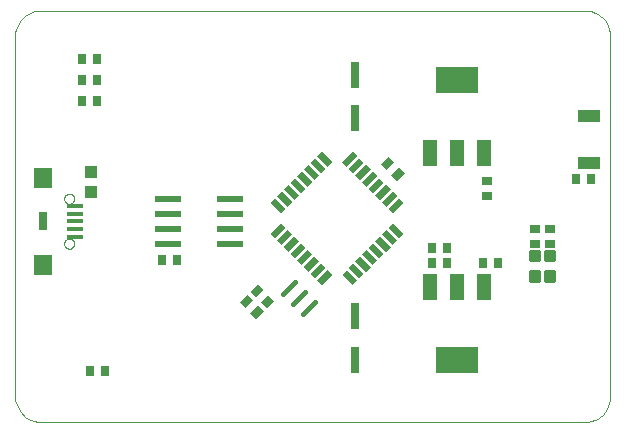
<source format=gtp>
G75*
%MOIN*%
%OFA0B0*%
%FSLAX25Y25*%
%IPPOS*%
%LPD*%
%AMOC8*
5,1,8,0,0,1.08239X$1,22.5*
%
%ADD10C,0.00394*%
%ADD11R,0.05000X0.02200*%
%ADD12R,0.02200X0.05000*%
%ADD13R,0.05512X0.01575*%
%ADD14C,0.00000*%
%ADD15R,0.05906X0.07087*%
%ADD16R,0.02756X0.05906*%
%ADD17C,0.01772*%
%ADD18R,0.04800X0.08800*%
%ADD19R,0.14173X0.08661*%
%ADD20R,0.03543X0.02756*%
%ADD21R,0.02756X0.03543*%
%ADD22R,0.08661X0.02362*%
%ADD23C,0.01181*%
%ADD24R,0.07800X0.04000*%
%ADD25R,0.03937X0.04331*%
%ADD26R,0.02559X0.08661*%
D10*
X0013852Y0009142D02*
X0013224Y0010066D01*
X0012790Y0011090D01*
X0012356Y0012115D01*
X0012115Y0013241D01*
X0012115Y0135651D01*
X0012356Y0136777D01*
X0012790Y0137802D01*
X0013224Y0138826D01*
X0013852Y0139750D01*
X0014628Y0140525D01*
X0015404Y0141301D01*
X0016327Y0141929D01*
X0017352Y0142363D01*
X0018377Y0142798D01*
X0019503Y0143038D01*
X0202967Y0143038D01*
X0204094Y0142798D01*
X0205119Y0142363D01*
X0206143Y0141929D01*
X0207067Y0141301D01*
X0207843Y0140525D01*
X0208619Y0139750D01*
X0209247Y0138826D01*
X0209681Y0137802D01*
X0210115Y0136777D01*
X0210355Y0135651D01*
X0210355Y0013241D01*
X0210115Y0012115D01*
X0209681Y0011090D01*
X0209247Y0010066D01*
X0208619Y0009142D01*
X0207843Y0008366D01*
X0207067Y0007591D01*
X0206143Y0006962D01*
X0205119Y0006528D01*
X0204094Y0006094D01*
X0202967Y0005854D01*
X0019503Y0005854D01*
X0018377Y0006094D01*
X0017352Y0006528D01*
X0016327Y0006962D01*
X0015404Y0007591D01*
X0013852Y0009142D01*
D11*
G36*
X0102146Y0070634D02*
X0098612Y0067100D01*
X0097056Y0068656D01*
X0100590Y0072190D01*
X0102146Y0070634D01*
G37*
G36*
X0104374Y0068407D02*
X0100840Y0064873D01*
X0099284Y0066429D01*
X0102818Y0069963D01*
X0104374Y0068407D01*
G37*
G36*
X0106601Y0066180D02*
X0103067Y0062646D01*
X0101511Y0064202D01*
X0105045Y0067736D01*
X0106601Y0066180D01*
G37*
G36*
X0108828Y0063952D02*
X0105294Y0060418D01*
X0103738Y0061974D01*
X0107272Y0065508D01*
X0108828Y0063952D01*
G37*
G36*
X0111055Y0061725D02*
X0107521Y0058191D01*
X0105965Y0059747D01*
X0109499Y0063281D01*
X0111055Y0061725D01*
G37*
G36*
X0113282Y0059498D02*
X0109748Y0055964D01*
X0108192Y0057520D01*
X0111726Y0061054D01*
X0113282Y0059498D01*
G37*
G36*
X0115509Y0057271D02*
X0111975Y0053737D01*
X0110419Y0055293D01*
X0113953Y0058827D01*
X0115509Y0057271D01*
G37*
G36*
X0117736Y0055044D02*
X0114202Y0051510D01*
X0112646Y0053066D01*
X0116180Y0056600D01*
X0117736Y0055044D01*
G37*
G36*
X0141636Y0078944D02*
X0138102Y0075410D01*
X0136546Y0076966D01*
X0140080Y0080500D01*
X0141636Y0078944D01*
G37*
G36*
X0139409Y0081171D02*
X0135875Y0077637D01*
X0134319Y0079193D01*
X0137853Y0082727D01*
X0139409Y0081171D01*
G37*
G36*
X0137182Y0083398D02*
X0133648Y0079864D01*
X0132092Y0081420D01*
X0135626Y0084954D01*
X0137182Y0083398D01*
G37*
G36*
X0134955Y0085626D02*
X0131421Y0082092D01*
X0129865Y0083648D01*
X0133399Y0087182D01*
X0134955Y0085626D01*
G37*
G36*
X0132728Y0087853D02*
X0129194Y0084319D01*
X0127638Y0085875D01*
X0131172Y0089409D01*
X0132728Y0087853D01*
G37*
G36*
X0130501Y0090080D02*
X0126967Y0086546D01*
X0125411Y0088102D01*
X0128945Y0091636D01*
X0130501Y0090080D01*
G37*
G36*
X0128274Y0092307D02*
X0124740Y0088773D01*
X0123184Y0090329D01*
X0126718Y0093863D01*
X0128274Y0092307D01*
G37*
G36*
X0126047Y0094534D02*
X0122513Y0091000D01*
X0120957Y0092556D01*
X0124491Y0096090D01*
X0126047Y0094534D01*
G37*
D12*
G36*
X0117736Y0092556D02*
X0116180Y0091000D01*
X0112646Y0094534D01*
X0114202Y0096090D01*
X0117736Y0092556D01*
G37*
G36*
X0115509Y0090329D02*
X0113953Y0088773D01*
X0110419Y0092307D01*
X0111975Y0093863D01*
X0115509Y0090329D01*
G37*
G36*
X0113282Y0088102D02*
X0111726Y0086546D01*
X0108192Y0090080D01*
X0109748Y0091636D01*
X0113282Y0088102D01*
G37*
G36*
X0111055Y0085875D02*
X0109499Y0084319D01*
X0105965Y0087853D01*
X0107521Y0089409D01*
X0111055Y0085875D01*
G37*
G36*
X0108828Y0083648D02*
X0107272Y0082092D01*
X0103738Y0085626D01*
X0105294Y0087182D01*
X0108828Y0083648D01*
G37*
G36*
X0106601Y0081420D02*
X0105045Y0079864D01*
X0101511Y0083398D01*
X0103067Y0084954D01*
X0106601Y0081420D01*
G37*
G36*
X0104374Y0079193D02*
X0102818Y0077637D01*
X0099284Y0081171D01*
X0100840Y0082727D01*
X0104374Y0079193D01*
G37*
G36*
X0102146Y0076966D02*
X0100590Y0075410D01*
X0097056Y0078944D01*
X0098612Y0080500D01*
X0102146Y0076966D01*
G37*
G36*
X0130501Y0057520D02*
X0128945Y0055964D01*
X0125411Y0059498D01*
X0126967Y0061054D01*
X0130501Y0057520D01*
G37*
G36*
X0132728Y0059747D02*
X0131172Y0058191D01*
X0127638Y0061725D01*
X0129194Y0063281D01*
X0132728Y0059747D01*
G37*
G36*
X0134955Y0061974D02*
X0133399Y0060418D01*
X0129865Y0063952D01*
X0131421Y0065508D01*
X0134955Y0061974D01*
G37*
G36*
X0137182Y0064202D02*
X0135626Y0062646D01*
X0132092Y0066180D01*
X0133648Y0067736D01*
X0137182Y0064202D01*
G37*
G36*
X0139409Y0066429D02*
X0137853Y0064873D01*
X0134319Y0068407D01*
X0135875Y0069963D01*
X0139409Y0066429D01*
G37*
G36*
X0141636Y0068656D02*
X0140080Y0067100D01*
X0136546Y0070634D01*
X0138102Y0072190D01*
X0141636Y0068656D01*
G37*
G36*
X0128274Y0055293D02*
X0126718Y0053737D01*
X0123184Y0057271D01*
X0124740Y0058827D01*
X0128274Y0055293D01*
G37*
G36*
X0126047Y0053066D02*
X0124491Y0051510D01*
X0120957Y0055044D01*
X0122513Y0056600D01*
X0126047Y0053066D01*
G37*
D13*
X0031976Y0067682D03*
X0031976Y0070241D03*
X0031976Y0072800D03*
X0031976Y0075359D03*
X0031976Y0077918D03*
D14*
X0028335Y0080280D02*
X0028337Y0080361D01*
X0028343Y0080443D01*
X0028353Y0080524D01*
X0028367Y0080604D01*
X0028384Y0080683D01*
X0028406Y0080762D01*
X0028431Y0080839D01*
X0028460Y0080916D01*
X0028493Y0080990D01*
X0028530Y0081063D01*
X0028569Y0081134D01*
X0028613Y0081203D01*
X0028659Y0081270D01*
X0028709Y0081334D01*
X0028762Y0081396D01*
X0028818Y0081456D01*
X0028876Y0081512D01*
X0028938Y0081566D01*
X0029002Y0081617D01*
X0029068Y0081664D01*
X0029136Y0081708D01*
X0029207Y0081749D01*
X0029279Y0081786D01*
X0029354Y0081820D01*
X0029429Y0081850D01*
X0029507Y0081876D01*
X0029585Y0081899D01*
X0029664Y0081917D01*
X0029744Y0081932D01*
X0029825Y0081943D01*
X0029906Y0081950D01*
X0029988Y0081953D01*
X0030069Y0081952D01*
X0030150Y0081947D01*
X0030231Y0081938D01*
X0030312Y0081925D01*
X0030392Y0081908D01*
X0030470Y0081888D01*
X0030548Y0081863D01*
X0030625Y0081835D01*
X0030700Y0081803D01*
X0030773Y0081768D01*
X0030844Y0081729D01*
X0030914Y0081686D01*
X0030981Y0081641D01*
X0031047Y0081592D01*
X0031109Y0081540D01*
X0031169Y0081484D01*
X0031226Y0081426D01*
X0031281Y0081366D01*
X0031332Y0081302D01*
X0031380Y0081237D01*
X0031425Y0081169D01*
X0031467Y0081099D01*
X0031505Y0081027D01*
X0031540Y0080953D01*
X0031571Y0080878D01*
X0031598Y0080801D01*
X0031621Y0080723D01*
X0031641Y0080644D01*
X0031657Y0080564D01*
X0031669Y0080483D01*
X0031677Y0080402D01*
X0031681Y0080321D01*
X0031681Y0080239D01*
X0031677Y0080158D01*
X0031669Y0080077D01*
X0031657Y0079996D01*
X0031641Y0079916D01*
X0031621Y0079837D01*
X0031598Y0079759D01*
X0031571Y0079682D01*
X0031540Y0079607D01*
X0031505Y0079533D01*
X0031467Y0079461D01*
X0031425Y0079391D01*
X0031380Y0079323D01*
X0031332Y0079258D01*
X0031281Y0079194D01*
X0031226Y0079134D01*
X0031169Y0079076D01*
X0031109Y0079020D01*
X0031047Y0078968D01*
X0030981Y0078919D01*
X0030914Y0078874D01*
X0030845Y0078831D01*
X0030773Y0078792D01*
X0030700Y0078757D01*
X0030625Y0078725D01*
X0030548Y0078697D01*
X0030470Y0078672D01*
X0030392Y0078652D01*
X0030312Y0078635D01*
X0030231Y0078622D01*
X0030150Y0078613D01*
X0030069Y0078608D01*
X0029988Y0078607D01*
X0029906Y0078610D01*
X0029825Y0078617D01*
X0029744Y0078628D01*
X0029664Y0078643D01*
X0029585Y0078661D01*
X0029507Y0078684D01*
X0029429Y0078710D01*
X0029354Y0078740D01*
X0029279Y0078774D01*
X0029207Y0078811D01*
X0029136Y0078852D01*
X0029068Y0078896D01*
X0029002Y0078943D01*
X0028938Y0078994D01*
X0028876Y0079048D01*
X0028818Y0079104D01*
X0028762Y0079164D01*
X0028709Y0079226D01*
X0028659Y0079290D01*
X0028613Y0079357D01*
X0028569Y0079426D01*
X0028530Y0079497D01*
X0028493Y0079570D01*
X0028460Y0079644D01*
X0028431Y0079721D01*
X0028406Y0079798D01*
X0028384Y0079877D01*
X0028367Y0079956D01*
X0028353Y0080036D01*
X0028343Y0080117D01*
X0028337Y0080199D01*
X0028335Y0080280D01*
X0028335Y0065320D02*
X0028337Y0065401D01*
X0028343Y0065483D01*
X0028353Y0065564D01*
X0028367Y0065644D01*
X0028384Y0065723D01*
X0028406Y0065802D01*
X0028431Y0065879D01*
X0028460Y0065956D01*
X0028493Y0066030D01*
X0028530Y0066103D01*
X0028569Y0066174D01*
X0028613Y0066243D01*
X0028659Y0066310D01*
X0028709Y0066374D01*
X0028762Y0066436D01*
X0028818Y0066496D01*
X0028876Y0066552D01*
X0028938Y0066606D01*
X0029002Y0066657D01*
X0029068Y0066704D01*
X0029136Y0066748D01*
X0029207Y0066789D01*
X0029279Y0066826D01*
X0029354Y0066860D01*
X0029429Y0066890D01*
X0029507Y0066916D01*
X0029585Y0066939D01*
X0029664Y0066957D01*
X0029744Y0066972D01*
X0029825Y0066983D01*
X0029906Y0066990D01*
X0029988Y0066993D01*
X0030069Y0066992D01*
X0030150Y0066987D01*
X0030231Y0066978D01*
X0030312Y0066965D01*
X0030392Y0066948D01*
X0030470Y0066928D01*
X0030548Y0066903D01*
X0030625Y0066875D01*
X0030700Y0066843D01*
X0030773Y0066808D01*
X0030844Y0066769D01*
X0030914Y0066726D01*
X0030981Y0066681D01*
X0031047Y0066632D01*
X0031109Y0066580D01*
X0031169Y0066524D01*
X0031226Y0066466D01*
X0031281Y0066406D01*
X0031332Y0066342D01*
X0031380Y0066277D01*
X0031425Y0066209D01*
X0031467Y0066139D01*
X0031505Y0066067D01*
X0031540Y0065993D01*
X0031571Y0065918D01*
X0031598Y0065841D01*
X0031621Y0065763D01*
X0031641Y0065684D01*
X0031657Y0065604D01*
X0031669Y0065523D01*
X0031677Y0065442D01*
X0031681Y0065361D01*
X0031681Y0065279D01*
X0031677Y0065198D01*
X0031669Y0065117D01*
X0031657Y0065036D01*
X0031641Y0064956D01*
X0031621Y0064877D01*
X0031598Y0064799D01*
X0031571Y0064722D01*
X0031540Y0064647D01*
X0031505Y0064573D01*
X0031467Y0064501D01*
X0031425Y0064431D01*
X0031380Y0064363D01*
X0031332Y0064298D01*
X0031281Y0064234D01*
X0031226Y0064174D01*
X0031169Y0064116D01*
X0031109Y0064060D01*
X0031047Y0064008D01*
X0030981Y0063959D01*
X0030914Y0063914D01*
X0030845Y0063871D01*
X0030773Y0063832D01*
X0030700Y0063797D01*
X0030625Y0063765D01*
X0030548Y0063737D01*
X0030470Y0063712D01*
X0030392Y0063692D01*
X0030312Y0063675D01*
X0030231Y0063662D01*
X0030150Y0063653D01*
X0030069Y0063648D01*
X0029988Y0063647D01*
X0029906Y0063650D01*
X0029825Y0063657D01*
X0029744Y0063668D01*
X0029664Y0063683D01*
X0029585Y0063701D01*
X0029507Y0063724D01*
X0029429Y0063750D01*
X0029354Y0063780D01*
X0029279Y0063814D01*
X0029207Y0063851D01*
X0029136Y0063892D01*
X0029068Y0063936D01*
X0029002Y0063983D01*
X0028938Y0064034D01*
X0028876Y0064088D01*
X0028818Y0064144D01*
X0028762Y0064204D01*
X0028709Y0064266D01*
X0028659Y0064330D01*
X0028613Y0064397D01*
X0028569Y0064466D01*
X0028530Y0064537D01*
X0028493Y0064610D01*
X0028460Y0064684D01*
X0028431Y0064761D01*
X0028406Y0064838D01*
X0028384Y0064917D01*
X0028367Y0064996D01*
X0028353Y0065076D01*
X0028343Y0065157D01*
X0028337Y0065239D01*
X0028335Y0065320D01*
D15*
X0021346Y0058296D03*
X0021346Y0087304D03*
D16*
X0021346Y0072800D03*
D17*
X0101231Y0048616D02*
X0105281Y0052666D01*
X0108621Y0049325D02*
X0104571Y0045275D01*
X0107912Y0041934D02*
X0111962Y0045984D01*
D18*
X0150246Y0051000D03*
X0159346Y0051000D03*
X0168446Y0051000D03*
X0168446Y0095600D03*
X0159346Y0095600D03*
X0150246Y0095600D03*
D19*
X0159346Y0120001D03*
X0159346Y0026599D03*
D20*
X0185346Y0065241D03*
X0190346Y0065241D03*
X0190346Y0070359D03*
X0185346Y0070359D03*
X0169346Y0081241D03*
X0169346Y0086359D03*
D21*
X0198787Y0086800D03*
X0203906Y0086800D03*
X0172906Y0058800D03*
X0167787Y0058800D03*
X0155906Y0058800D03*
X0150787Y0058800D03*
X0150787Y0063800D03*
X0155906Y0063800D03*
G36*
X0139933Y0090716D02*
X0141882Y0088767D01*
X0139379Y0086264D01*
X0137430Y0088213D01*
X0139933Y0090716D01*
G37*
G36*
X0136314Y0094336D02*
X0138263Y0092387D01*
X0135760Y0089884D01*
X0133811Y0091833D01*
X0136314Y0094336D01*
G37*
G36*
X0092260Y0047384D02*
X0090311Y0049333D01*
X0092814Y0051836D01*
X0094763Y0049887D01*
X0092260Y0047384D01*
G37*
G36*
X0095879Y0043764D02*
X0093930Y0045713D01*
X0096433Y0048216D01*
X0098382Y0046267D01*
X0095879Y0043764D01*
G37*
G36*
X0092379Y0040264D02*
X0090430Y0042213D01*
X0092933Y0044716D01*
X0094882Y0042767D01*
X0092379Y0040264D01*
G37*
G36*
X0088760Y0043884D02*
X0086811Y0045833D01*
X0089314Y0048336D01*
X0091263Y0046387D01*
X0088760Y0043884D01*
G37*
X0065906Y0059800D03*
X0060787Y0059800D03*
X0041906Y0022800D03*
X0036787Y0022800D03*
X0034287Y0112800D03*
X0039406Y0112800D03*
X0039406Y0119800D03*
X0034287Y0119800D03*
X0034287Y0126800D03*
X0039406Y0126800D03*
D22*
X0063110Y0080300D03*
X0063110Y0075300D03*
X0063110Y0070300D03*
X0063110Y0065300D03*
X0083583Y0065300D03*
X0083583Y0070300D03*
X0083583Y0075300D03*
X0083583Y0080300D03*
D23*
X0183968Y0059875D02*
X0186724Y0059875D01*
X0183968Y0059875D02*
X0183968Y0062631D01*
X0186724Y0062631D01*
X0186724Y0059875D01*
X0186724Y0061055D02*
X0183968Y0061055D01*
X0183968Y0062235D02*
X0186724Y0062235D01*
X0188968Y0059875D02*
X0191724Y0059875D01*
X0188968Y0059875D02*
X0188968Y0062631D01*
X0191724Y0062631D01*
X0191724Y0059875D01*
X0191724Y0061055D02*
X0188968Y0061055D01*
X0188968Y0062235D02*
X0191724Y0062235D01*
X0191724Y0052969D02*
X0188968Y0052969D01*
X0188968Y0055725D01*
X0191724Y0055725D01*
X0191724Y0052969D01*
X0191724Y0054149D02*
X0188968Y0054149D01*
X0188968Y0055329D02*
X0191724Y0055329D01*
X0186724Y0052969D02*
X0183968Y0052969D01*
X0183968Y0055725D01*
X0186724Y0055725D01*
X0186724Y0052969D01*
X0186724Y0054149D02*
X0183968Y0054149D01*
X0183968Y0055329D02*
X0186724Y0055329D01*
D24*
X0203246Y0092050D03*
X0203246Y0107800D03*
D25*
X0037346Y0089146D03*
X0037346Y0082454D03*
D26*
X0125309Y0107070D03*
X0125309Y0121637D03*
X0125384Y0041280D03*
X0125384Y0026713D03*
M02*

</source>
